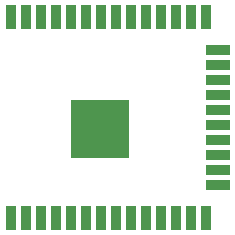
<source format=gbr>
%TF.GenerationSoftware,KiCad,Pcbnew,(6.0.0-0)*%
%TF.CreationDate,2022-03-10T17:30:30+01:00*%
%TF.ProjectId,CompactMotor,436f6d70-6163-4744-9d6f-746f722e6b69,rev?*%
%TF.SameCoordinates,Original*%
%TF.FileFunction,Paste,Top*%
%TF.FilePolarity,Positive*%
%FSLAX46Y46*%
G04 Gerber Fmt 4.6, Leading zero omitted, Abs format (unit mm)*
G04 Created by KiCad (PCBNEW (6.0.0-0)) date 2022-03-10 17:30:30*
%MOMM*%
%LPD*%
G01*
G04 APERTURE LIST*
%ADD10R,0.900000X2.000000*%
%ADD11R,2.000000X0.900000*%
%ADD12R,5.000000X5.000000*%
G04 APERTURE END LIST*
D10*
%TO.C,U1*%
X-5672000Y-29150000D03*
X-4402000Y-29150000D03*
X-3132000Y-29150000D03*
X-1862000Y-29150000D03*
X-592000Y-29150000D03*
X678000Y-29150000D03*
X1948000Y-29150000D03*
X3218000Y-29150000D03*
X4488000Y-29150000D03*
X5758000Y-29150000D03*
X7028000Y-29150000D03*
X8298000Y-29150000D03*
X9568000Y-29150000D03*
X10838000Y-29150000D03*
D11*
X11838000Y-26365000D03*
X11838000Y-25095000D03*
X11838000Y-23825000D03*
X11838000Y-22555000D03*
X11838000Y-21285000D03*
X11838000Y-20015000D03*
X11838000Y-18745000D03*
X11838000Y-17475000D03*
X11838000Y-16205000D03*
X11838000Y-14935000D03*
D10*
X10838000Y-12150000D03*
X9568000Y-12150000D03*
X8298000Y-12150000D03*
X7028000Y-12150000D03*
X5758000Y-12150000D03*
X4488000Y-12150000D03*
X3218000Y-12150000D03*
X1948000Y-12150000D03*
X678000Y-12150000D03*
X-592000Y-12150000D03*
X-1862000Y-12150000D03*
X-3132000Y-12150000D03*
X-4402000Y-12150000D03*
X-5672000Y-12150000D03*
D12*
X1828000Y-21650000D03*
%TD*%
M02*

</source>
